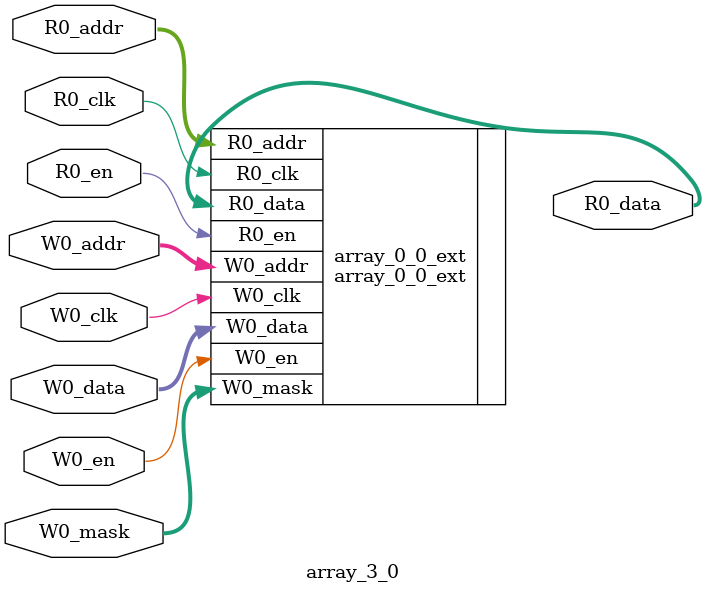
<source format=sv>
module array_3_0(	// @[generators/rocket-chip/src/main/scala/util/DescribedSRAM.scala:17:26]
  input  [7:0]   R0_addr,
  input          R0_en,
  input          R0_clk,
  output [127:0] R0_data,
  input  [7:0]   W0_addr,
  input          W0_en,
  input          W0_clk,
  input  [127:0] W0_data,
  input  [1:0]   W0_mask
);

  array_0_0_ext array_0_0_ext (	// @[generators/rocket-chip/src/main/scala/util/DescribedSRAM.scala:17:26]
    .R0_addr (R0_addr),
    .R0_en   (R0_en),
    .R0_clk  (R0_clk),
    .R0_data (R0_data),
    .W0_addr (W0_addr),
    .W0_en   (W0_en),
    .W0_clk  (W0_clk),
    .W0_data (W0_data),
    .W0_mask (W0_mask)
  );	// @[generators/rocket-chip/src/main/scala/util/DescribedSRAM.scala:17:26]
endmodule


</source>
